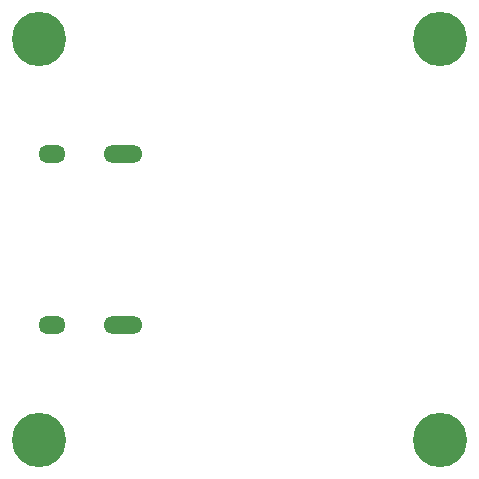
<source format=gbr>
G04 #@! TF.GenerationSoftware,KiCad,Pcbnew,8.0.4*
G04 #@! TF.CreationDate,2025-01-15T23:08:54-08:00*
G04 #@! TF.ProjectId,MIPItoHDMI_Buffered,4d495049-746f-4484-944d-495f42756666,rev?*
G04 #@! TF.SameCoordinates,Original*
G04 #@! TF.FileFunction,Soldermask,Bot*
G04 #@! TF.FilePolarity,Negative*
%FSLAX46Y46*%
G04 Gerber Fmt 4.6, Leading zero omitted, Abs format (unit mm)*
G04 Created by KiCad (PCBNEW 8.0.4) date 2025-01-15 23:08:54*
%MOMM*%
%LPD*%
G01*
G04 APERTURE LIST*
%ADD10C,4.600000*%
%ADD11O,3.300000X1.500000*%
%ADD12O,2.300000X1.500000*%
G04 APERTURE END LIST*
D10*
G04 #@! TO.C,H3*
X36500000Y-36500000D03*
G04 #@! TD*
G04 #@! TO.C,H4*
X36500000Y-2500000D03*
G04 #@! TD*
G04 #@! TO.C,H1*
X2500000Y-2500000D03*
G04 #@! TD*
G04 #@! TO.C,H2*
X2500000Y-36500000D03*
G04 #@! TD*
D11*
G04 #@! TO.C,J2*
X9625000Y-26750000D03*
X9625000Y-12250000D03*
D12*
X3665000Y-26750000D03*
X3665000Y-12250000D03*
G04 #@! TD*
M02*

</source>
